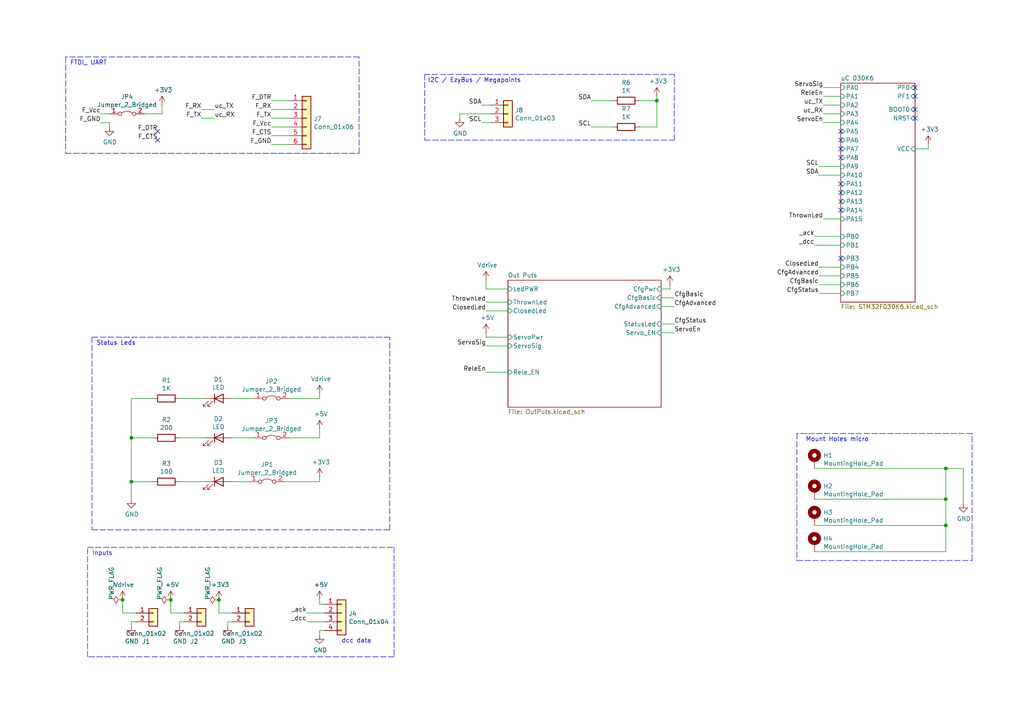
<source format=kicad_sch>
(kicad_sch (version 20211123) (generator eeschema)
  (paper "A4")
  (lib_symbols
    (symbol "Connector_Generic:Conn_01x02" (pin_names (offset 1.016) hide)
      (property "Reference" "J" (at 0 2.54 0))
      (property "Value" "Conn_01x02" (at 0 -5.08 0))
      (symbol "Conn_01x02_1_1"
        (rectangle (start -1.27 -2.413) (end 0 -2.667) (stroke (width 0.1524)))
        (rectangle (start -1.27 0.127) (end 0 -0.127) (stroke (width 0.1524)))
        (rectangle (start -1.27 1.27) (end 1.27 -3.81) (stroke (width 0.254)) (fill (type background)))
        (pin passive line (at -5.08 0 0) (length 3.81) (name "Pin_1") (number "1"))
        (pin passive line (at -5.08 -2.54 0) (length 3.81) (name "Pin_2") (number "2"))
      )
    )
    (symbol "Connector_Generic:Conn_01x03" (pin_names (offset 1.016) hide)
      (property "Reference" "J" (at 0 5.08 0))
      (property "Value" "Conn_01x03" (at 0 -5.08 0))
      (symbol "Conn_01x03_1_1"
        (rectangle (start -1.27 -2.413) (end 0 -2.667) (stroke (width 0.1524)))
        (rectangle (start -1.27 0.127) (end 0 -0.127) (stroke (width 0.1524)))
        (rectangle (start -1.27 2.667) (end 0 2.413) (stroke (width 0.1524)))
        (rectangle (start -1.27 3.81) (end 1.27 -3.81) (stroke (width 0.254)) (fill (type background)))
        (pin passive line (at -5.08 2.54 0) (length 3.81) (name "Pin_1") (number "1"))
        (pin passive line (at -5.08 0 0) (length 3.81) (name "Pin_2") (number "2"))
        (pin passive line (at -5.08 -2.54 0) (length 3.81) (name "Pin_3") (number "3"))
      )
    )
    (symbol "Connector_Generic:Conn_01x04" (pin_names (offset 1.016) hide)
      (property "Reference" "J" (at 0 5.08 0))
      (property "Value" "Conn_01x04" (at 0 -7.62 0))
      (symbol "Conn_01x04_1_1"
        (rectangle (start -1.27 -4.953) (end 0 -5.207) (stroke (width 0.1524)))
        (rectangle (start -1.27 -2.413) (end 0 -2.667) (stroke (width 0.1524)))
        (rectangle (start -1.27 0.127) (end 0 -0.127) (stroke (width 0.1524)))
        (rectangle (start -1.27 2.667) (end 0 2.413) (stroke (width 0.1524)))
        (rectangle (start -1.27 3.81) (end 1.27 -6.35) (stroke (width 0.254)) (fill (type background)))
        (pin passive line (at -5.08 2.54 0) (length 3.81) (name "Pin_1") (number "1"))
        (pin passive line (at -5.08 0 0) (length 3.81) (name "Pin_2") (number "2"))
        (pin passive line (at -5.08 -2.54 0) (length 3.81) (name "Pin_3") (number "3"))
        (pin passive line (at -5.08 -5.08 0) (length 3.81) (name "Pin_4") (number "4"))
      )
    )
    (symbol "Connector_Generic:Conn_01x06" (pin_names (offset 1.016) hide)
      (property "Reference" "J" (at 0 7.62 0))
      (property "Value" "Conn_01x06" (at 0 -10.16 0))
      (symbol "Conn_01x06_1_1"
        (rectangle (start -1.27 -7.493) (end 0 -7.747) (stroke (width 0.1524)))
        (rectangle (start -1.27 -4.953) (end 0 -5.207) (stroke (width 0.1524)))
        (rectangle (start -1.27 -2.413) (end 0 -2.667) (stroke (width 0.1524)))
        (rectangle (start -1.27 0.127) (end 0 -0.127) (stroke (width 0.1524)))
        (rectangle (start -1.27 2.667) (end 0 2.413) (stroke (width 0.1524)))
        (rectangle (start -1.27 5.207) (end 0 4.953) (stroke (width 0.1524)))
        (rectangle (start -1.27 6.35) (end 1.27 -8.89) (stroke (width 0.254)) (fill (type background)))
        (pin passive line (at -5.08 5.08 0) (length 3.81) (name "Pin_1") (number "1"))
        (pin passive line (at -5.08 2.54 0) (length 3.81) (name "Pin_2") (number "2"))
        (pin passive line (at -5.08 0 0) (length 3.81) (name "Pin_3") (number "3"))
        (pin passive line (at -5.08 -2.54 0) (length 3.81) (name "Pin_4") (number "4"))
        (pin passive line (at -5.08 -5.08 0) (length 3.81) (name "Pin_5") (number "5"))
        (pin passive line (at -5.08 -7.62 0) (length 3.81) (name "Pin_6") (number "6"))
      )
    )
    (symbol "DccDecoder-rescue:+3.3V-power" (power) (pin_names (offset 0))
      (property "Value" "+3.3V-power" (at 0 3.556 0))
      (symbol "+3.3V-power_0_1"
        (polyline (pts (xy -0.762 1.27) (xy 0 2.54)))
        (polyline (pts (xy 0 0) (xy 0 2.54)))
        (polyline (pts (xy 0 2.54) (xy 0.762 1.27)))
      )
      (symbol "+3.3V-power_1_1"
        (pin power_in line (at 0 0 90) (length 0) hide (name "+3V3") (number "1"))
      )
    )
    (symbol "Device:LED" (pin_numbers hide) (pin_names (offset 1.016) hide)
      (property "Reference" "D" (at 0 2.54 0))
      (property "Value" "LED" (at 0 -2.54 0))
      (symbol "LED_0_1"
        (polyline (pts (xy -1.27 -1.27) (xy -1.27 1.27)) (stroke (width 0.254)))
        (polyline (pts (xy -1.27 0) (xy 1.27 0)))
        (polyline (pts (xy 1.27 -1.27) (xy 1.27 1.27) (xy -1.27 0) (xy 1.27 -1.27)) (stroke (width 0.254)))
        (polyline (pts (xy -3.048 -0.762) (xy -4.572 -2.286) (xy -3.81 -2.286) (xy -4.572 -2.286) (xy -4.572 -1.524)))
        (polyline (pts (xy -1.778 -0.762) (xy -3.302 -2.286) (xy -2.54 -2.286) (xy -3.302 -2.286) (xy -3.302 -1.524)))
      )
      (symbol "LED_1_1"
        (pin passive line (at -3.81 0 0) (length 2.54) (name "K") (number "1"))
        (pin passive line (at 3.81 0 180) (length 2.54) (name "A") (number "2"))
      )
    )
    (symbol "Device:R" (pin_numbers hide) (pin_names (offset 0))
      (property "Reference" "R" (at 2.032 0 90))
      (property "Value" "R" (at 0 0 90))
      (symbol "R_0_1"
        (rectangle (start -1.016 -2.54) (end 1.016 2.54) (stroke (width 0.254)))
      )
      (symbol "R_1_1"
        (pin passive line (at 0 3.81 270) (length 1.27) (name "~") (number "1"))
        (pin passive line (at 0 -3.81 90) (length 1.27) (name "~") (number "2"))
      )
    )
    (symbol "Jumper:Jumper_2_Bridged" (pin_names (offset 0) hide)
      (property "Reference" "JP" (at 0 1.905 0))
      (property "Value" "Jumper_2_Bridged" (at 0 -2.54 0))
      (symbol "Jumper_2_Bridged_0_0"
        (circle (center -2.032 0) (radius 0.508))
        (circle (center 2.032 0) (radius 0.508))
      )
      (symbol "Jumper_2_Bridged_0_1"
        (arc (start 1.524 0.254) (mid 0 0.762) (end -1.524 0.254))
      )
      (symbol "Jumper_2_Bridged_1_1"
        (pin passive line (at -5.08 0 0) (length 2.54) (name "A") (number "1"))
        (pin passive line (at 5.08 0 180) (length 2.54) (name "B") (number "2"))
      )
    )
    (symbol "Mechanical:MountingHole_Pad" (pin_numbers hide) (pin_names (offset 1.016) hide)
      (property "Reference" "H" (at 0 6.35 0))
      (property "Value" "MountingHole_Pad" (at 0 4.445 0))
      (symbol "MountingHole_Pad_0_1"
        (circle (center 0 1.27) (radius 1.27) (stroke (width 1.27)))
      )
      (symbol "MountingHole_Pad_1_1"
        (pin input line (at 0 -2.54 90) (length 2.54) (name "1") (number "1"))
      )
    )
    (symbol "power:+5V" (power) (pin_names (offset 0))
      (property "Value" "+5V" (at 0 3.556 0))
      (symbol "+5V_0_1"
        (polyline (pts (xy -0.762 1.27) (xy 0 2.54)))
        (polyline (pts (xy 0 0) (xy 0 2.54)))
        (polyline (pts (xy 0 2.54) (xy 0.762 1.27)))
      )
      (symbol "+5V_1_1"
        (pin power_in line (at 0 0 90) (length 0) hide (name "+5V") (number "1"))
      )
    )
    (symbol "power:GND" (power) (pin_names (offset 0))
      (property "Value" "GND" (at 0 -3.81 0))
      (symbol "GND_0_1"
        (polyline (pts (xy 0 0) (xy 0 -1.27) (xy 1.27 -1.27) (xy 0 -2.54) (xy -1.27 -1.27) (xy 0 -1.27)))
      )
      (symbol "GND_1_1"
        (pin power_in line (at 0 0 270) (length 0) hide (name "GND") (number "1"))
      )
    )
    (symbol "power:PWR_FLAG" (power) (pin_numbers hide) (pin_names (offset 0) hide)
      (property "Value" "PWR_FLAG" (at 0 3.81 0))
      (symbol "PWR_FLAG_0_0"
        (pin power_out line (at 0 0 90) (length 0) (name "pwr") (number "1"))
      )
      (symbol "PWR_FLAG_0_1"
        (polyline (pts (xy 0 0) (xy 0 1.27) (xy -1.016 1.905) (xy 0 2.54) (xy 1.016 1.905) (xy 0 1.27)))
      )
    )
    (symbol "power:Vdrive" (power) (pin_names (offset 0))
      (property "Value" "Vdrive" (at 0 3.81 0))
      (symbol "Vdrive_0_1"
        (polyline (pts (xy -0.762 1.27) (xy 0 2.54)))
        (polyline (pts (xy 0 0) (xy 0 2.54)))
        (polyline (pts (xy 0 2.54) (xy 0.762 1.27)))
      )
      (symbol "Vdrive_1_1"
        (pin power_in line (at 0 0 90) (length 0) hide (name "Vdrive") (number "1"))
      )
    )
  )
  (junction (at 274.32 135.89))
  (junction (at 274.32 144.78))
  (junction (at 38.1 127))
  (junction (at 274.32 152.4))
  (junction (at 35.56 173.99))
  (junction (at 38.1 139.7))
  (junction (at 190.5 29.21))
  (junction (at 63.5 173.99))
  (junction (at 49.53 173.99))
  (no_connect (at 243.84 45.72))
  (no_connect (at 243.84 55.88))
  (no_connect (at 265.43 31.75))
  (no_connect (at 265.43 34.29))
  (no_connect (at 265.43 25.4))
  (no_connect (at 265.43 27.94))
  (no_connect (at 243.84 74.93))
  (no_connect (at 243.84 58.42))
  (no_connect (at 243.84 60.96))
  (no_connect (at 243.84 38.1))
  (no_connect (at 243.84 40.64))
  (no_connect (at 45.72 40.64))
  (no_connect (at 45.72 38.1))
  (no_connect (at 243.84 53.34))
  (no_connect (at 243.84 43.18))
  (wire (pts (xy 185.42 36.83) (xy 190.5 36.83)))
  (wire (pts (xy 147.32 100.33) (xy 140.97 100.33)))
  (wire (pts (xy 73.66 115.57) (xy 67.31 115.57)))
  (wire (pts (xy 72.39 139.7) (xy 67.31 139.7)))
  (wire (pts (xy 44.45 115.57) (xy 38.1 115.57)))
  (wire (pts (xy 191.77 93.98) (xy 195.58 93.98)))
  (wire (pts (xy 44.45 139.7) (xy 38.1 139.7)))
  (wire (pts (xy 274.32 135.89) (xy 236.22 135.89)))
  (wire (pts (xy 52.07 115.57) (xy 59.69 115.57)))
  (wire (pts (xy 236.22 68.58) (xy 243.84 68.58)))
  (polyline (pts (xy 195.58 21.59) (xy 123.19 21.59)))
  (wire (pts (xy 279.4 146.05) (xy 279.4 135.89)))
  (wire (pts (xy 237.49 50.8) (xy 243.84 50.8)))
  (wire (pts (xy 46.99 33.02) (xy 41.91 33.02)))
  (wire (pts (xy 185.42 29.21) (xy 190.5 29.21)))
  (wire (pts (xy 279.4 135.89) (xy 274.32 135.89)))
  (wire (pts (xy 274.32 144.78) (xy 274.32 135.89)))
  (wire (pts (xy 66.04 180.34) (xy 66.04 181.61)))
  (wire (pts (xy 29.21 33.02) (xy 31.75 33.02)))
  (wire (pts (xy 191.77 96.52) (xy 195.58 96.52)))
  (polyline (pts (xy 231.14 125.73) (xy 231.14 162.56)))
  (wire (pts (xy 237.49 80.01) (xy 243.84 80.01)))
  (polyline (pts (xy 104.14 16.51) (xy 19.05 16.51)))
  (wire (pts (xy 83.82 31.75) (xy 78.74 31.75)))
  (wire (pts (xy 190.5 36.83) (xy 190.5 29.21)))
  (wire (pts (xy 83.82 39.37) (xy 78.74 39.37)))
  (wire (pts (xy 238.76 63.5) (xy 243.84 63.5)))
  (wire (pts (xy 133.35 34.29) (xy 133.35 33.02)))
  (wire (pts (xy 177.8 36.83) (xy 171.45 36.83)))
  (wire (pts (xy 269.24 43.18) (xy 265.43 43.18)))
  (wire (pts (xy 67.31 180.34) (xy 66.04 180.34)))
  (wire (pts (xy 46.99 30.48) (xy 46.99 33.02)))
  (polyline (pts (xy 19.05 44.45) (xy 104.14 44.45)))
  (polyline (pts (xy 25.4 190.5) (xy 25.4 158.75)))
  (polyline (pts (xy 281.94 125.73) (xy 231.14 125.73)))
  (polyline (pts (xy 104.14 44.45) (xy 104.14 16.51)))
  (wire (pts (xy 53.34 177.8) (xy 49.53 177.8)))
  (wire (pts (xy 35.56 177.8) (xy 39.37 177.8)))
  (wire (pts (xy 274.32 152.4) (xy 236.22 152.4)))
  (polyline (pts (xy 123.19 21.59) (xy 123.19 40.64)))
  (wire (pts (xy 38.1 115.57) (xy 38.1 127)))
  (wire (pts (xy 139.7 35.56) (xy 142.24 35.56)))
  (wire (pts (xy 92.71 182.88) (xy 92.71 184.15)))
  (wire (pts (xy 274.32 144.78) (xy 274.32 152.4)))
  (wire (pts (xy 83.82 36.83) (xy 78.74 36.83)))
  (wire (pts (xy 83.82 34.29) (xy 78.74 34.29)))
  (wire (pts (xy 92.71 114.3) (xy 92.71 115.57)))
  (wire (pts (xy 236.22 144.78) (xy 274.32 144.78)))
  (wire (pts (xy 58.42 31.75) (xy 62.23 31.75)))
  (wire (pts (xy 139.7 30.48) (xy 142.24 30.48)))
  (wire (pts (xy 67.31 177.8) (xy 63.5 177.8)))
  (wire (pts (xy 44.45 127) (xy 38.1 127)))
  (wire (pts (xy 83.82 29.21) (xy 78.74 29.21)))
  (wire (pts (xy 52.07 139.7) (xy 59.69 139.7)))
  (wire (pts (xy 269.24 41.91) (xy 269.24 43.18)))
  (wire (pts (xy 237.49 82.55) (xy 243.84 82.55)))
  (wire (pts (xy 53.34 180.34) (xy 52.07 180.34)))
  (wire (pts (xy 49.53 177.8) (xy 49.53 173.99)))
  (wire (pts (xy 140.97 90.17) (xy 147.32 90.17)))
  (wire (pts (xy 92.71 124.46) (xy 92.71 127)))
  (wire (pts (xy 140.97 87.63) (xy 147.32 87.63)))
  (wire (pts (xy 52.07 180.34) (xy 52.07 181.61)))
  (wire (pts (xy 140.97 83.82) (xy 147.32 83.82)))
  (wire (pts (xy 236.22 160.02) (xy 274.32 160.02)))
  (polyline (pts (xy 123.19 40.64) (xy 195.58 40.64)))
  (wire (pts (xy 62.23 34.29) (xy 58.42 34.29)))
  (wire (pts (xy 92.71 127) (xy 83.82 127)))
  (wire (pts (xy 35.56 177.8) (xy 35.56 173.99)))
  (wire (pts (xy 140.97 96.52) (xy 140.97 97.79)))
  (wire (pts (xy 92.71 173.99) (xy 92.71 175.26)))
  (polyline (pts (xy 19.05 16.51) (xy 19.05 44.45)))
  (wire (pts (xy 243.84 71.12) (xy 236.22 71.12)))
  (wire (pts (xy 191.77 86.36) (xy 195.58 86.36)))
  (wire (pts (xy 38.1 180.34) (xy 38.1 181.61)))
  (wire (pts (xy 238.76 35.56) (xy 243.84 35.56)))
  (wire (pts (xy 92.71 115.57) (xy 83.82 115.57)))
  (wire (pts (xy 133.35 33.02) (xy 142.24 33.02)))
  (polyline (pts (xy 25.4 158.75) (xy 114.3 158.75)))
  (wire (pts (xy 140.97 81.28) (xy 140.97 83.82)))
  (wire (pts (xy 171.45 29.21) (xy 177.8 29.21)))
  (polyline (pts (xy 114.3 158.75) (xy 114.3 190.5)))
  (wire (pts (xy 243.84 30.48) (xy 238.76 30.48)))
  (wire (pts (xy 140.97 107.95) (xy 147.32 107.95)))
  (wire (pts (xy 38.1 139.7) (xy 38.1 144.78)))
  (wire (pts (xy 39.37 180.34) (xy 38.1 180.34)))
  (wire (pts (xy 59.69 127) (xy 52.07 127)))
  (wire (pts (xy 238.76 33.02) (xy 243.84 33.02)))
  (wire (pts (xy 237.49 77.47) (xy 243.84 77.47)))
  (wire (pts (xy 194.31 82.55) (xy 194.31 83.82)))
  (wire (pts (xy 88.9 177.8) (xy 93.98 177.8)))
  (polyline (pts (xy 281.94 162.56) (xy 281.94 125.73)))
  (wire (pts (xy 92.71 139.7) (xy 82.55 139.7)))
  (polyline (pts (xy 114.3 190.5) (xy 25.4 190.5)))
  (wire (pts (xy 31.75 35.56) (xy 29.21 35.56)))
  (wire (pts (xy 92.71 138.43) (xy 92.71 139.7)))
  (polyline (pts (xy 195.58 40.64) (xy 195.58 21.59)))
  (wire (pts (xy 274.32 160.02) (xy 274.32 152.4)))
  (wire (pts (xy 83.82 41.91) (xy 78.74 41.91)))
  (wire (pts (xy 38.1 127) (xy 38.1 139.7)))
  (wire (pts (xy 88.9 180.34) (xy 93.98 180.34)))
  (polyline (pts (xy 113.03 97.79) (xy 26.67 97.79)))
  (wire (pts (xy 31.75 35.56) (xy 31.75 36.83)))
  (polyline (pts (xy 26.67 97.79) (xy 26.67 153.67)))
  (wire (pts (xy 67.31 127) (xy 73.66 127)))
  (polyline (pts (xy 113.03 153.67) (xy 113.03 97.79)))
  (wire (pts (xy 237.49 85.09) (xy 243.84 85.09)))
  (polyline (pts (xy 26.67 153.67) (xy 113.03 153.67)))
  (wire (pts (xy 92.71 175.26) (xy 93.98 175.26)))
  (wire (pts (xy 243.84 27.94) (xy 238.76 27.94)))
  (wire (pts (xy 190.5 29.21) (xy 190.5 27.94)))
  (wire (pts (xy 237.49 48.26) (xy 243.84 48.26)))
  (wire (pts (xy 63.5 177.8) (xy 63.5 173.99)))
  (wire (pts (xy 191.77 88.9) (xy 195.58 88.9)))
  (wire (pts (xy 140.97 97.79) (xy 147.32 97.79)))
  (wire (pts (xy 194.31 83.82) (xy 191.77 83.82)))
  (polyline (pts (xy 231.14 162.56) (xy 281.94 162.56)))
  (wire (pts (xy 238.76 25.4) (xy 243.84 25.4)))
  (wire (pts (xy 93.98 182.88) (xy 92.71 182.88)))
  (text "dcc data" (at 99.06 186.69 0) (effects (font (size 1.27 1.27)) (justify left bottom)))
  (text "FTDI_ UART" (at 20.32 19.05 0) (effects (font (size 1.27 1.27)) (justify left bottom)))
  (text "Inputs" (at 26.67 161.29 0) (effects (font (size 1.27 1.27)) (justify left bottom)))
  (text "I2C / EzyBus / Megapoints" (at 151.13 24.13 180) (effects (font (size 1.27 1.27)) (justify right bottom)))
  (text "Mount Holes micro" (at 233.68 128.27 0) (effects (font (size 1.27 1.27)) (justify left bottom)))
  (text "Status Leds" (at 27.94 100.33 0) (effects (font (size 1.27 1.27)) (justify left bottom)))
  (label "F_GND" (at 78.74 41.91 180))
  (label "uc_TX" (at 62.23 31.75 0))
  (label "CfgStatus" (at 195.58 93.98 0))
  (label "ReleEn" (at 238.76 27.94 180))
  (label "F_RX" (at 58.42 31.75 180))
  (label "ClosedLed" (at 140.97 90.17 180))
  (label "ServoEn" (at 238.76 35.56 180))
  (label "uc_RX" (at 62.23 34.29 0))
  (label "_dcc" (at 88.9 180.34 180))
  (label "ReleEn" (at 140.97 107.95 180))
  (label "CfgAdvanced" (at 195.58 88.9 0))
  (label "ThrownLed" (at 140.97 87.63 180))
  (label "ClosedLed" (at 237.49 77.47 180))
  (label "F_TX" (at 58.42 34.29 180))
  (label "CfgStatus" (at 237.49 85.09 180))
  (label "_dcc" (at 236.22 71.12 180))
  (label "CfgAdvanced" (at 237.49 80.01 180))
  (label "SDA" (at 237.49 50.8 180))
  (label "_ack" (at 88.9 177.8 180))
  (label "F_CTS" (at 45.72 40.64 180))
  (label "F_DTR" (at 78.74 29.21 180))
  (label "F_RX" (at 78.74 31.75 180))
  (label "ThrownLed" (at 238.76 63.5 180))
  (label "SCL" (at 237.49 48.26 180))
  (label "uc_RX" (at 238.76 33.02 180))
  (label "uc_TX" (at 238.76 30.48 180))
  (label "F_Vcc" (at 29.21 33.02 180))
  (label "F_CTS" (at 78.74 39.37 180))
  (label "F_TX" (at 78.74 34.29 180))
  (label "SCL" (at 139.7 35.56 180))
  (label "ServoEn" (at 195.58 96.52 0))
  (label "ServoSig" (at 140.97 100.33 180))
  (label "ServoSig" (at 238.76 25.4 180))
  (label "F_Vcc" (at 78.74 36.83 180))
  (label "CfgBasic" (at 195.58 86.36 0))
  (label "F_GND" (at 29.21 35.56 180))
  (label "_ack" (at 236.22 68.58 180))
  (label "SDA" (at 139.7 30.48 180))
  (label "CfgBasic" (at 237.49 82.55 180))
  (label "SCL" (at 171.45 36.83 180))
  (label "F_DTR" (at 45.72 38.1 180))
  (label "SDA" (at 171.45 29.21 180))
  (symbol (lib_id "Device:LED") (at 63.5 115.57 0) (unit 1)
    (property "Reference" "D1" (at 63.3222 110.0582 0))
    (property "Value" "LED" (at 63.3222 112.3696 0))
    (property "Footprint" "LED_SMD:LED_0805_2012Metric" (effects hide))
    (property "LCSC" "C2297" (effects hide))
  )
  (symbol (lib_id "Device:LED") (at 63.5 127 0) (unit 1)
    (property "Reference" "D2" (at 63.3222 121.4882 0))
    (property "Value" "LED" (at 63.3222 123.7996 0))
    (property "Footprint" "LED_SMD:LED_0805_2012Metric" (effects hide))
    (property "LCSC" "C2297" (effects hide))
  )
  (symbol (lib_id "Device:LED") (at 63.5 139.7 0) (unit 1)
    (property "Reference" "D3" (at 63.3222 134.1882 0))
    (property "Value" "LED" (at 63.3222 136.4996 0))
    (property "Footprint" "LED_SMD:LED_0805_2012Metric" (effects hide))
    (property "LCSC" "C2297" (effects hide))
  )
  (symbol (lib_id "Device:R") (at 48.26 115.57 270) (unit 1)
    (property "Reference" "R1" (at 48.26 110.3122 90))
    (property "Value" "1K" (at 48.26 112.6236 90))
    (property "Footprint" "Resistor_SMD:R_0805_2012Metric" (effects hide))
    (property "Mouser" "652-CR1206FX-9090ELF" (effects hide))
    (property "REF" "CR1206-FX-9090ELF" (effects hide))
    (property "LCSC" "C17513" (effects hide))
  )
  (symbol (lib_id "Device:R") (at 48.26 127 270) (unit 1)
    (property "Reference" "R2" (at 48.26 121.7422 90))
    (property "Value" "200" (at 48.26 124.0536 90))
    (property "Footprint" "Resistor_SMD:R_0805_2012Metric" (effects hide))
    (property "Mouser" "603-RC1206FR-07200RL" (effects hide))
    (property "REF" "RC1206FR-07200RL" (effects hide))
    (property "LCSC" "C17540" (effects hide))
  )
  (symbol (lib_id "Device:R") (at 48.26 139.7 270) (unit 1)
    (property "Reference" "R3" (at 48.26 134.4422 90))
    (property "Value" "100" (at 48.26 136.7536 90))
    (property "Footprint" "Resistor_SMD:R_0805_2012Metric" (effects hide))
    (property "Mouser" "603-AC1206FR-10100RL" (effects hide))
    (property "REF" "AC1206FR-10100RL" (effects hide))
    (property "LCSC" "C17408" (effects hide))
  )
  (symbol (lib_id "power:GND") (at 38.1 144.78 0) (unit 1)
    (property "Reference" "#PWR02" (effects hide))
    (property "Value" "GND" (at 38.227 149.1742 0))
  )
  (symbol (lib_id "Jumper:Jumper_2_Bridged") (at 78.74 115.57 0) (unit 1)
    (property "Reference" "JP2" (at 78.74 110.617 0))
    (property "Value" "Jumper_2_Bridged" (at 78.74 112.9284 0))
    (property "Footprint" "Jumper:SolderJumper-2_P1.3mm_Bridged_RoundedPad1.0x1.5mm" (effects hide))
  )
  (symbol (lib_id "Jumper:Jumper_2_Bridged") (at 78.74 127 0) (unit 1)
    (property "Reference" "JP3" (at 78.74 122.047 0))
    (property "Value" "Jumper_2_Bridged" (at 78.74 124.3584 0))
    (property "Footprint" "Jumper:SolderJumper-2_P1.3mm_Bridged_RoundedPad1.0x1.5mm" (effects hide))
  )
  (symbol (lib_id "Jumper:Jumper_2_Bridged") (at 77.47 139.7 0) (unit 1)
    (property "Reference" "JP1" (at 77.47 134.747 0))
    (property "Value" "Jumper_2_Bridged" (at 77.47 137.0584 0))
    (property "Footprint" "Jumper:SolderJumper-2_P1.3mm_Bridged_RoundedPad1.0x1.5mm" (effects hide))
  )
  (symbol (lib_id "DccDecoder-rescue:+3.3V-power") (at 92.71 138.43 0) (unit 1)
    (property "Reference" "#PWR010" (effects hide))
    (property "Value" "+3.3V" (at 93.091 134.0358 0))
  )
  (symbol (lib_id "power:+5V") (at 92.71 124.46 0) (unit 1)
    (property "Reference" "#PWR09" (effects hide))
    (property "Value" "+5V" (at 93.091 120.0658 0))
  )
  (symbol (lib_id "power:Vdrive") (at 92.71 114.3 0) (unit 1)
    (property "Reference" "#PWR08" (effects hide))
    (property "Value" "Vdrive" (at 93.091 109.9058 0))
  )
  (symbol (lib_id "Connector_Generic:Conn_01x02") (at 44.45 177.8 0) (unit 1)
    (property "Reference" "J1" (at 42.3672 186.055 0))
    (property "Value" "Conn_01x02" (at 42.3672 183.7436 0))
    (property "Footprint" "TerminalBlock_Phoenix:TerminalBlock_Phoenix_PT-1,5-2-3.5-H_1x02_P3.50mm_Horizontal" (effects hide))
    (property "REF" "1776275-2" (effects hide))
    (property "Farnell" "1098611" (effects hide))
  )
  (symbol (lib_id "Connector_Generic:Conn_01x02") (at 58.42 177.8 0) (unit 1)
    (property "Reference" "J2" (at 56.3372 186.055 0))
    (property "Value" "Conn_01x02" (at 56.3372 183.7436 0))
    (property "Footprint" "TerminalBlock_Phoenix:TerminalBlock_Phoenix_PT-1,5-2-3.5-H_1x02_P3.50mm_Horizontal" (effects hide))
    (property "Farnell" "1098611" (effects hide))
  )
  (symbol (lib_id "Connector_Generic:Conn_01x02") (at 72.39 177.8 0) (unit 1)
    (property "Reference" "J3" (at 70.3072 186.055 0))
    (property "Value" "Conn_01x02" (at 70.3072 183.7436 0))
    (property "Footprint" "TerminalBlock_Phoenix:TerminalBlock_Phoenix_PT-1,5-2-3.5-H_1x02_P3.50mm_Horizontal" (effects hide))
    (property "Farnell" "1098611" (effects hide))
  )
  (symbol (lib_id "Connector_Generic:Conn_01x04") (at 99.06 177.8 0) (unit 1)
    (property "Reference" "J4" (at 101.092 178.0032 0) (effects (justify left)))
    (property "Value" "Conn_01x04" (at 101.092 180.3146 0) (effects (justify left)))
    (property "Footprint" "Connector_JST:JST_XH_S4B-XH-A_1x04_P2.50mm_Horizontal" (effects hide))
  )
  (symbol (lib_id "power:GND") (at 66.04 181.61 0) (unit 1)
    (property "Reference" "#PWR07" (effects hide))
    (property "Value" "GND" (at 66.167 186.0042 0))
  )
  (symbol (lib_id "power:GND") (at 92.71 184.15 0) (unit 1)
    (property "Reference" "#PWR012" (effects hide))
    (property "Value" "GND" (at 92.837 188.5442 0))
  )
  (symbol (lib_id "power:GND") (at 52.07 181.61 0) (unit 1)
    (property "Reference" "#PWR05" (effects hide))
    (property "Value" "GND" (at 52.197 186.0042 0))
  )
  (symbol (lib_id "power:GND") (at 38.1 181.61 0) (unit 1)
    (property "Reference" "#PWR03" (effects hide))
    (property "Value" "GND" (at 38.227 186.0042 0))
  )
  (symbol (lib_id "DccDecoder-rescue:+3.3V-power") (at 63.5 173.99 0) (unit 1)
    (property "Reference" "#PWR06" (effects hide))
    (property "Value" "+3.3V" (at 63.881 169.5958 0))
  )
  (symbol (lib_id "power:+5V") (at 49.53 173.99 0) (unit 1)
    (property "Reference" "#PWR04" (effects hide))
    (property "Value" "+5V" (at 49.911 169.5958 0))
  )
  (symbol (lib_id "power:Vdrive") (at 35.56 173.99 0) (unit 1)
    (property "Reference" "#PWR01" (effects hide))
    (property "Value" "Vdrive" (at 35.941 169.5958 0))
  )
  (symbol (lib_id "DccDecoder-rescue:+3.3V-power") (at 269.24 41.91 0) (unit 1)
    (property "Reference" "#PWR013" (effects hide))
    (property "Value" "+3.3V" (at 269.621 37.5158 0))
  )
  (symbol (lib_id "power:+5V") (at 92.71 173.99 0) (unit 1)
    (property "Reference" "#PWR011" (effects hide))
    (property "Value" "+5V" (at 93.091 169.5958 0))
  )
  (symbol (lib_id "Mechanical:MountingHole_Pad") (at 236.22 133.35 0) (unit 1)
    (property "Reference" "H1" (at 238.76 132.1054 0) (effects (justify left)))
    (property "Value" "MountingHole_Pad" (at 238.76 134.4168 0) (effects (justify left)))
    (property "Footprint" "MountingHole:MountingHole_2.7mm_M2.5_DIN965_Pad" (effects hide))
  )
  (symbol (lib_id "Mechanical:MountingHole_Pad") (at 236.22 142.24 0) (unit 1)
    (property "Reference" "H2" (at 238.76 140.9954 0) (effects (justify left)))
    (property "Value" "MountingHole_Pad" (at 238.76 143.3068 0) (effects (justify left)))
    (property "Footprint" "MountingHole:MountingHole_2.7mm_M2.5_DIN965_Pad" (effects hide))
  )
  (symbol (lib_id "Mechanical:MountingHole_Pad") (at 236.22 149.86 0) (unit 1)
    (property "Reference" "H3" (at 238.76 148.6154 0) (effects (justify left)))
    (property "Value" "MountingHole_Pad" (at 238.76 150.9268 0) (effects (justify left)))
    (property "Footprint" "MountingHole:MountingHole_2.7mm_M2.5_DIN965_Pad" (effects hide))
  )
  (symbol (lib_id "power:GND") (at 279.4 146.05 0) (unit 1)
    (property "Reference" "#PWR014" (effects hide))
    (property "Value" "GND" (at 279.527 150.4442 0))
  )
  (symbol (lib_id "Mechanical:MountingHole_Pad") (at 236.22 157.48 0) (unit 1)
    (property "Reference" "H4" (at 238.76 156.2354 0) (effects (justify left)))
    (property "Value" "MountingHole_Pad" (at 238.76 158.5468 0) (effects (justify left)))
    (property "Footprint" "MountingHole:MountingHole_2.7mm_M2.5_DIN965_Pad" (effects hide))
  )
  (symbol (lib_id "Connector_Generic:Conn_01x06") (at 88.9 34.29 0) (unit 1)
    (property "Reference" "J7" (at 90.932 34.4932 0) (effects (justify left)))
    (property "Value" "Conn_01x06" (at 90.932 36.8046 0) (effects (justify left)))
    (property "Footprint" "Connector_PinHeader_2.54mm:PinHeader_1x06_P2.54mm_Vertical" (effects hide))
  )
  (symbol (lib_id "power:GND") (at 31.75 36.83 0) (unit 1)
    (property "Reference" "#PWR023" (effects hide))
    (property "Value" "GND" (at 31.877 41.2242 0))
  )
  (symbol (lib_id "Jumper:Jumper_2_Bridged") (at 36.83 33.02 0) (unit 1)
    (property "Reference" "JP4" (at 36.83 28.067 0))
    (property "Value" "Jumper_2_Bridged" (at 36.83 30.3784 0))
    (property "Footprint" "Jumper:SolderJumper-2_P1.3mm_Bridged_RoundedPad1.0x1.5mm" (effects hide))
  )
  (symbol (lib_id "DccDecoder-rescue:+3.3V-power") (at 46.99 30.48 0) (unit 1)
    (property "Reference" "#PWR024" (effects hide))
    (property "Value" "+3.3V" (at 47.371 26.0858 0))
  )
  (symbol (lib_id "Connector_Generic:Conn_01x03") (at 147.32 33.02 0) (unit 1)
    (property "Reference" "J8" (at 149.352 31.9532 0) (effects (justify left)))
    (property "Value" "Conn_01x03" (at 149.352 34.2646 0) (effects (justify left)))
    (property "Footprint" "Connector_PinHeader_2.54mm:PinHeader_1x03_P2.54mm_Vertical" (effects hide))
  )
  (symbol (lib_id "power:GND") (at 133.35 34.29 0) (unit 1)
    (property "Reference" "#PWR025" (effects hide))
    (property "Value" "GND" (at 133.477 38.6842 0))
  )
  (symbol (lib_id "Device:R") (at 181.61 29.21 270) (unit 1)
    (property "Reference" "R6" (at 181.61 23.9522 90))
    (property "Value" "1K" (at 181.61 26.2636 90))
    (property "Footprint" "Resistor_SMD:R_0805_2012Metric" (effects hide))
    (property "LCSC" "C17513" (effects hide))
  )
  (symbol (lib_id "DccDecoder-rescue:+3.3V-power") (at 190.5 27.94 0) (unit 1)
    (property "Reference" "#PWR0101" (effects hide))
    (property "Value" "+3.3V" (at 190.881 23.5458 0))
  )
  (symbol (lib_id "Device:R") (at 181.61 36.83 270) (unit 1)
    (property "Reference" "R7" (at 181.61 31.5722 90))
    (property "Value" "1K" (at 181.61 33.8836 90))
    (property "Footprint" "Resistor_SMD:R_0805_2012Metric" (effects hide))
    (property "LCSC" "C17513" (effects hide))
  )
  (symbol (lib_id "power:Vdrive") (at 140.97 81.28 0) (unit 1)
    (property "Reference" "#PWR0103" (effects hide))
    (property "Value" "Vdrive" (at 141.351 76.8858 0))
  )
  (symbol (lib_id "power:+5V") (at 140.97 96.52 0) (unit 1)
    (property "Reference" "#PWR0104" (effects hide))
    (property "Value" "+5V" (at 141.351 92.1258 0))
  )
  (symbol (lib_id "DccDecoder-rescue:+3.3V-power") (at 194.31 82.55 0) (unit 1)
    (property "Reference" "#PWR0107" (effects hide))
    (property "Value" "+3.3V" (at 194.691 78.1558 0))
  )
  (symbol (lib_id "power:PWR_FLAG") (at 35.56 173.99 90) (unit 1)
    (property "Reference" "#FLG0101" (effects hide))
    (property "Value" "PWR_FLAG" (at 32.3342 173.99 0) (effects (justify left)))
  )
  (symbol (lib_id "power:PWR_FLAG") (at 49.53 173.99 90) (unit 1)
    (property "Reference" "#FLG0102" (effects hide))
    (property "Value" "PWR_FLAG" (at 46.3042 173.99 0) (effects (justify left)))
  )
  (symbol (lib_id "power:PWR_FLAG") (at 63.5 173.99 90) (unit 1)
    (property "Reference" "#FLG0103" (effects hide))
    (property "Value" "PWR_FLAG" (at 60.2488 173.99 0) (effects (justify left)))
  )
  (sheet (at 243.84 24.13) (size 21.59 63.5)
    (property "Sheet name" "uC 030K6" (at 243.84 23.4184 0) (effects (justify left bottom)))
    (property "Sheet file" "STM32F030K6.kicad_sch" (at 243.84 88.2146 0) (effects (justify left top)))
    (pin "PA0" input (at 243.84 25.4 180))
    (pin "PA1" input (at 243.84 27.94 180))
    (pin "PA2" input (at 243.84 30.48 180))
    (pin "PA3" input (at 243.84 33.02 180))
    (pin "PA4" input (at 243.84 35.56 180))
    (pin "PA5" input (at 243.84 38.1 180))
    (pin "PA6" input (at 243.84 40.64 180))
    (pin "PA7" input (at 243.84 43.18 180))
    (pin "PA8" input (at 243.84 45.72 180))
    (pin "PA9" input (at 243.84 48.26 180))
    (pin "PA10" input (at 243.84 50.8 180))
    (pin "PA11" input (at 243.84 53.34 180))
    (pin "PA12" input (at 243.84 55.88 180))
    (pin "PA13" input (at 243.84 58.42 180))
    (pin "PA14" input (at 243.84 60.96 180))
    (pin "PA15" input (at 243.84 63.5 180))
    (pin "PF0" input (at 265.43 25.4 0))
    (pin "PF1" input (at 265.43 27.94 0))
    (pin "BOOT0" input (at 265.43 31.75 0))
    (pin "NRST" input (at 265.43 34.29 0))
    (pin "VCC" input (at 265.43 43.18 0))
    (pin "PB7" input (at 243.84 85.09 180))
    (pin "PB6" input (at 243.84 82.55 180))
    (pin "PB5" input (at 243.84 80.01 180))
    (pin "PB4" input (at 243.84 77.47 180))
    (pin "PB3" input (at 243.84 74.93 180))
    (pin "PB1" input (at 243.84 71.12 180))
    (pin "PB0" input (at 243.84 68.58 180))
  )
  (sheet (at 147.32 81.28) (size 44.45 36.83)
    (property "Sheet name" "Out Puts" (at 147.32 80.5684 0) (effects (justify left bottom)))
    (property "Sheet file" "OutPuts.kicad_sch" (at 147.32 118.6946 0) (effects (justify left top)))
    (pin "LedPWR" input (at 147.32 83.82 180))
    (pin "ThrownLed" input (at 147.32 87.63 180))
    (pin "ClosedLed" input (at 147.32 90.17 180))
    (pin "ServoPwr" input (at 147.32 97.79 180))
    (pin "ServoSig" input (at 147.32 100.33 180))
    (pin "Rele_EN" input (at 147.32 107.95 180))
    (pin "CfgBasic" input (at 191.77 86.36 0))
    (pin "CfgAdvanced" input (at 191.77 88.9 0))
    (pin "CfgPwr" input (at 191.77 83.82 0))
    (pin "StatusLed" input (at 191.77 93.98 0))
    (pin "Servo_EN" input (at 191.77 96.52 0))
  )
)
</source>
